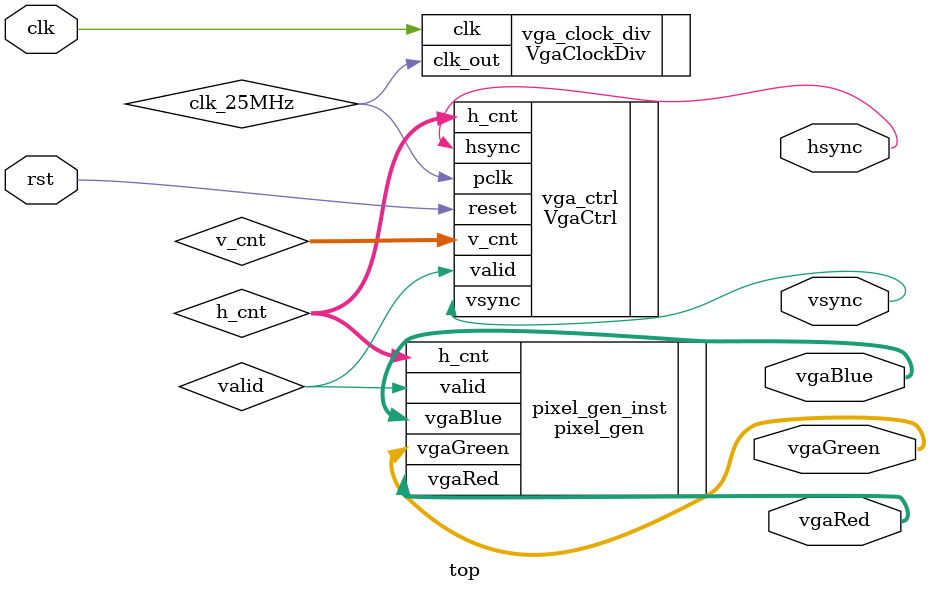
<source format=v>
module top(
   input clk,
   input rst,
   output [3:0] vgaRed,
   output [3:0] vgaGreen,
   output [3:0] vgaBlue,
   output hsync,
   output vsync
    );

    wire clk_25MHz;
    wire valid;
    wire [9:0] h_cnt; //640
    wire [9:0] v_cnt;  //480


    VgaClockDiv vga_clock_div(
      .clk(clk),
      .clk_out(clk_25MHz)
    );

   pixel_gen pixel_gen_inst(
       .h_cnt(h_cnt),
       .valid(valid),
       .vgaRed(vgaRed),
       .vgaGreen(vgaGreen),
       .vgaBlue(vgaBlue)
    );

    VgaCtrl vga_ctrl(
      .pclk(clk_25MHz),
      .reset(rst),
      .hsync(hsync),
      .vsync(vsync),
      .valid(valid),
      .h_cnt(h_cnt),
      .v_cnt(v_cnt)
    );
      
endmodule

</source>
